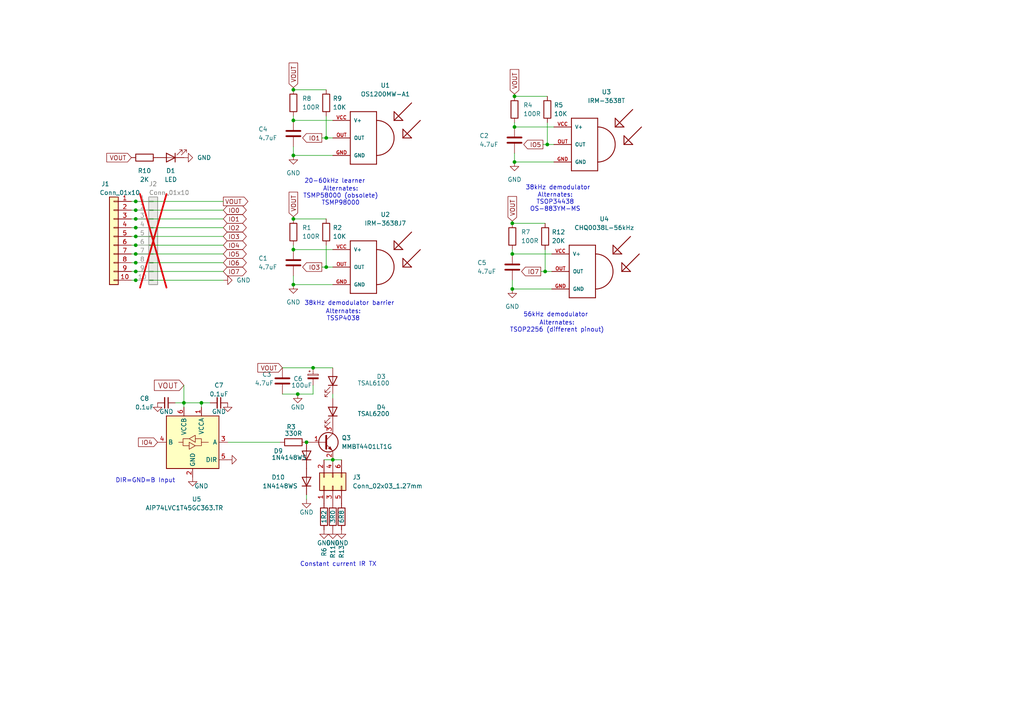
<source format=kicad_sch>
(kicad_sch (version 20231120) (generator "eeschema") (generator_version "8.0")
  (paper "A4")
  (lib_symbols
    (symbol "Connector_Generic:Conn_01x10" (pin_names (offset 1.016) hide)
      (property "Reference" "J" (at 0 12.7 0))
      (property "Value" "Conn_01x10" (at 0 -15.24 0))
      (symbol "Conn_01x10_1_1"
        (rectangle (start -1.27 -12.573) (end 0 -12.827) (stroke (width 0.1524)))
        (rectangle (start -1.27 -10.033) (end 0 -10.287) (stroke (width 0.1524)))
        (rectangle (start -1.27 -7.493) (end 0 -7.747) (stroke (width 0.1524)))
        (rectangle (start -1.27 -4.953) (end 0 -5.207) (stroke (width 0.1524)))
        (rectangle (start -1.27 -2.413) (end 0 -2.667) (stroke (width 0.1524)))
        (rectangle (start -1.27 0.127) (end 0 -0.127) (stroke (width 0.1524)))
        (rectangle (start -1.27 2.667) (end 0 2.413) (stroke (width 0.1524)))
        (rectangle (start -1.27 5.207) (end 0 4.953) (stroke (width 0.1524)))
        (rectangle (start -1.27 7.747) (end 0 7.493) (stroke (width 0.1524)))
        (rectangle (start -1.27 10.287) (end 0 10.033) (stroke (width 0.1524)))
        (rectangle (start -1.27 11.43) (end 1.27 -13.97) (stroke (width 0.254)) (fill (type background)))
        (pin passive line (at -5.08 10.16 0) (length 3.81) (name "Pin_1") (number "1"))
        (pin passive line (at -5.08 -12.7 0) (length 3.81) (name "Pin_10") (number "10"))
        (pin passive line (at -5.08 7.62 0) (length 3.81) (name "Pin_2") (number "2"))
        (pin passive line (at -5.08 5.08 0) (length 3.81) (name "Pin_3") (number "3"))
        (pin passive line (at -5.08 2.54 0) (length 3.81) (name "Pin_4") (number "4"))
        (pin passive line (at -5.08 0 0) (length 3.81) (name "Pin_5") (number "5"))
        (pin passive line (at -5.08 -2.54 0) (length 3.81) (name "Pin_6") (number "6"))
        (pin passive line (at -5.08 -5.08 0) (length 3.81) (name "Pin_7") (number "7"))
        (pin passive line (at -5.08 -7.62 0) (length 3.81) (name "Pin_8") (number "8"))
        (pin passive line (at -5.08 -10.16 0) (length 3.81) (name "Pin_9") (number "9"))
      )
    )
    (symbol "Connector_Generic:Conn_02x03_Odd_Even" (pin_names (offset 1.016) hide)
      (property "Reference" "J" (at 1.27 5.08 0))
      (property "Value" "Conn_02x03_Odd_Even" (at 1.27 -5.08 0))
      (symbol "Conn_02x03_Odd_Even_1_1"
        (rectangle (start -1.27 -2.413) (end 0 -2.667) (stroke (width 0.1524)))
        (rectangle (start -1.27 0.127) (end 0 -0.127) (stroke (width 0.1524)))
        (rectangle (start -1.27 2.667) (end 0 2.413) (stroke (width 0.1524)))
        (rectangle (start -1.27 3.81) (end 3.81 -3.81) (stroke (width 0.254)) (fill (type background)))
        (rectangle (start 3.81 -2.413) (end 2.54 -2.667) (stroke (width 0.1524)))
        (rectangle (start 3.81 0.127) (end 2.54 -0.127) (stroke (width 0.1524)))
        (rectangle (start 3.81 2.667) (end 2.54 2.413) (stroke (width 0.1524)))
        (pin passive line (at -5.08 2.54 0) (length 3.81) (name "Pin_1") (number "1"))
        (pin passive line (at 7.62 2.54 180) (length 3.81) (name "Pin_2") (number "2"))
        (pin passive line (at -5.08 0 0) (length 3.81) (name "Pin_3") (number "3"))
        (pin passive line (at 7.62 0 180) (length 3.81) (name "Pin_4") (number "4"))
        (pin passive line (at -5.08 -2.54 0) (length 3.81) (name "Pin_5") (number "5"))
        (pin passive line (at 7.62 -2.54 180) (length 3.81) (name "Pin_6") (number "6"))
      )
    )
    (symbol "Device:C" (pin_numbers hide) (pin_names (offset 0.254))
      (property "Reference" "C" (at 0.635 2.54 0))
      (property "Value" "C" (at 0.635 -2.54 0))
      (symbol "C_0_1"
        (polyline (pts (xy -2.032 -0.762) (xy 2.032 -0.762)) (stroke (width 0.508)))
        (polyline (pts (xy -2.032 0.762) (xy 2.032 0.762)) (stroke (width 0.508)))
      )
      (symbol "C_1_1"
        (pin passive line (at 0 3.81 270) (length 2.794) (name "~") (number "1"))
        (pin passive line (at 0 -3.81 90) (length 2.794) (name "~") (number "2"))
      )
    )
    (symbol "Device:C_Polarized_Small" (pin_numbers hide) (pin_names (offset 0.254) hide)
      (property "Reference" "C" (at 0.254 1.778 0))
      (property "Value" "C_Polarized_Small" (at 0.254 -2.032 0))
      (symbol "C_Polarized_Small_0_1"
        (rectangle (start -1.524 -0.3048) (end 1.524 -0.6858) (fill (type outline)))
        (rectangle (start -1.524 0.6858) (end 1.524 0.3048))
        (polyline (pts (xy -1.27 1.524) (xy -0.762 1.524)))
        (polyline (pts (xy -1.016 1.27) (xy -1.016 1.778)))
      )
      (symbol "C_Polarized_Small_1_1"
        (pin passive line (at 0 2.54 270) (length 1.8542) (name "~") (number "1"))
        (pin passive line (at 0 -2.54 90) (length 1.8542) (name "~") (number "2"))
      )
    )
    (symbol "Device:C_Small" (pin_numbers hide) (pin_names (offset 0.254) hide)
      (property "Reference" "C" (at 0.254 1.778 0))
      (property "Value" "C_Small" (at 0.254 -2.032 0))
      (symbol "C_Small_0_1"
        (polyline (pts (xy -1.524 -0.508) (xy 1.524 -0.508)) (stroke (width 0.3302)))
        (polyline (pts (xy -1.524 0.508) (xy 1.524 0.508)) (stroke (width 0.3048)))
      )
      (symbol "C_Small_1_1"
        (pin passive line (at 0 2.54 270) (length 2.032) (name "~") (number "1"))
        (pin passive line (at 0 -2.54 90) (length 2.032) (name "~") (number "2"))
      )
    )
    (symbol "Device:LED" (pin_numbers hide) (pin_names (offset 1.016) hide)
      (property "Reference" "D" (at 0 2.54 0))
      (property "Value" "LED" (at 0 -2.54 0))
      (symbol "LED_0_1"
        (polyline (pts (xy -1.27 -1.27) (xy -1.27 1.27)) (stroke (width 0.254)))
        (polyline (pts (xy -1.27 0) (xy 1.27 0)))
        (polyline (pts (xy 1.27 -1.27) (xy 1.27 1.27) (xy -1.27 0) (xy 1.27 -1.27)) (stroke (width 0.254)))
        (polyline (pts (xy -3.048 -0.762) (xy -4.572 -2.286) (xy -3.81 -2.286) (xy -4.572 -2.286) (xy -4.572 -1.524)))
        (polyline (pts (xy -1.778 -0.762) (xy -3.302 -2.286) (xy -2.54 -2.286) (xy -3.302 -2.286) (xy -3.302 -1.524)))
      )
      (symbol "LED_1_1"
        (pin passive line (at -3.81 0 0) (length 2.54) (name "K") (number "1"))
        (pin passive line (at 3.81 0 180) (length 2.54) (name "A") (number "2"))
      )
    )
    (symbol "Device:Q_NPN_BEC" (pin_names (offset 0) hide)
      (property "Reference" "Q" (at 5.08 1.27 0))
      (property "Value" "Q_NPN_BEC" (at 5.08 -1.27 0))
      (symbol "Q_NPN_BEC_0_1"
        (polyline (pts (xy 0.635 0.635) (xy 2.54 2.54)))
        (polyline (pts (xy 0.635 -0.635) (xy 2.54 -2.54) (xy 2.54 -2.54)))
        (polyline (pts (xy 0.635 1.905) (xy 0.635 -1.905) (xy 0.635 -1.905)) (stroke (width 0.508)))
        (polyline (pts (xy 1.27 -1.778) (xy 1.778 -1.27) (xy 2.286 -2.286) (xy 1.27 -1.778) (xy 1.27 -1.778)) (fill (type outline)))
        (circle (center 1.27 0) (radius 2.8194) (stroke (width 0.254)))
      )
      (symbol "Q_NPN_BEC_1_1"
        (pin input line (at -5.08 0 0) (length 5.715) (name "B") (number "1"))
        (pin passive line (at 2.54 -5.08 90) (length 2.54) (name "E") (number "2"))
        (pin passive line (at 2.54 5.08 270) (length 2.54) (name "C") (number "3"))
      )
    )
    (symbol "Device:R" (pin_numbers hide) (pin_names (offset 0))
      (property "Reference" "R" (at 2.032 0 90))
      (property "Value" "R" (at 0 0 90))
      (symbol "R_0_1"
        (rectangle (start -1.016 -2.54) (end 1.016 2.54) (stroke (width 0.254)))
      )
      (symbol "R_1_1"
        (pin passive line (at 0 3.81 270) (length 1.27) (name "~") (number "1"))
        (pin passive line (at 0 -3.81 90) (length 1.27) (name "~") (number "2"))
      )
    )
    (symbol "Diode:1N4148W" (pin_numbers hide) (pin_names hide)
      (property "Reference" "D" (at 0 2.54 0))
      (property "Value" "1N4148W" (at 0 -2.54 0))
      (symbol "1N4148W_0_1"
        (polyline (pts (xy -1.27 1.27) (xy -1.27 -1.27)) (stroke (width 0.254)))
        (polyline (pts (xy 1.27 0) (xy -1.27 0)))
        (polyline (pts (xy 1.27 1.27) (xy 1.27 -1.27) (xy -1.27 0) (xy 1.27 1.27)) (stroke (width 0.254)))
      )
      (symbol "1N4148W_1_1"
        (pin passive line (at -3.81 0 0) (length 2.54) (name "K") (number "1"))
        (pin passive line (at 3.81 0 180) (length 2.54) (name "A") (number "2"))
      )
    )
    (symbol "Logic_LevelTranslator:SN74LVC1T45DCK"
      (property "Reference" "U" (at -6.35 8.89 0))
      (property "Value" "SN74LVC1T45DCK" (at 3.81 8.89 0))
      (symbol "SN74LVC1T45DCK_0_1"
        (rectangle (start -7.62 7.62) (end 7.62 -7.62) (stroke (width 0.254)) (fill (type background)))
        (polyline (pts (xy -2.54 0) (xy -2.54 1.016) (xy -0.762 1.016)))
        (polyline (pts (xy 2.794 0) (xy 2.794 -1.016) (xy 1.016 -1.016)))
        (polyline (pts (xy -0.762 -1.016) (xy -2.54 -1.016) (xy -2.54 0) (xy -4.572 0)))
        (polyline (pts (xy -0.762 0) (xy -0.762 2.032) (xy 1.016 1.016) (xy -0.762 0)))
        (polyline (pts (xy 1.016 1.016) (xy 2.794 1.016) (xy 2.794 0) (xy 4.064 0)))
        (polyline (pts (xy 1.016 0) (xy 1.016 -1.778) (xy 1.016 -2.032) (xy -0.762 -1.016) (xy 1.016 0)))
      )
      (symbol "SN74LVC1T45DCK_1_1"
        (pin power_in line (at -2.54 10.16 270) (length 2.54) (name "VCCA") (number "1"))
        (pin power_in line (at 0 -10.16 90) (length 2.54) (name "GND") (number "2"))
        (pin bidirectional line (at -10.16 0 0) (length 2.54) (name "A") (number "3"))
        (pin bidirectional line (at 10.16 0 180) (length 2.54) (name "B") (number "4"))
        (pin input line (at -10.16 -5.08 0) (length 2.54) (name "DIR") (number "5"))
        (pin power_in line (at 2.54 10.16 270) (length 2.54) (name "VCCB") (number "6"))
      )
    )
    (symbol "TSOP4838:TSOP4838" (pin_names (offset 1.016))
      (property "Reference" "U" (at 0 0 0))
      (property "Value" "TSOP4838" (at 0 0 0))
      (symbol "TSOP4838_0_0"
        (arc (start -5.08 5.08) (mid -10.1379 0) (end -5.08 -5.08) (stroke (width 0.254)))
        (polyline (pts (xy -15.24 0) (xy -12.7 0)) (stroke (width 0.254)))
        (polyline (pts (xy -15.24 0) (xy -12.7 2.54)) (stroke (width 0.254)))
        (polyline (pts (xy -15.24 10.16) (xy -10.16 5.08)) (stroke (width 0.254)))
        (polyline (pts (xy -12.7 0) (xy -17.78 5.08)) (stroke (width 0.254)))
        (polyline (pts (xy -12.7 2.54) (xy -12.7 0)) (stroke (width 0.254)))
        (polyline (pts (xy -12.7 5.08) (xy -10.16 5.08)) (stroke (width 0.254)))
        (polyline (pts (xy -10.16 5.08) (xy -10.16 7.62)) (stroke (width 0.254)))
        (polyline (pts (xy -10.16 7.62) (xy -12.7 5.08)) (stroke (width 0.254)))
        (polyline (pts (xy -5.08 -7.62) (xy -5.08 7.62)) (stroke (width 0.254)))
        (polyline (pts (xy -5.08 7.62) (xy 2.54 7.62)) (stroke (width 0.254)))
        (polyline (pts (xy 2.54 -7.62) (xy -5.08 -7.62)) (stroke (width 0.254)))
        (polyline (pts (xy 2.54 7.62) (xy 2.54 -7.62)) (stroke (width 0.254)))
        (pin bidirectional line (at 7.62 -5.08 180) (length 5.08) (name "GND") (number "GND"))
        (pin bidirectional line (at 7.62 0 180) (length 5.08) (name "OUT") (number "OUT"))
        (pin bidirectional line (at 7.62 5.08 180) (length 5.08) (name "V+") (number "VCC"))
      )
    )
    (symbol "power:GND" (power) (pin_names (offset 0))
      (property "Value" "GND" (at 0 -3.81 0))
      (symbol "GND_0_1"
        (polyline (pts (xy 0 0) (xy 0 -1.27) (xy 1.27 -1.27) (xy 0 -2.54) (xy -1.27 -1.27) (xy 0 -1.27)))
      )
      (symbol "GND_1_1"
        (pin power_in line (at 0 0 270) (length 0) hide (name "GND") (number "1"))
      )
    )
  )
  (junction (at 86.36 114.3))
  (junction (at 85.09 72.39))
  (junction (at 39.37 66.04))
  (junction (at 148.59 64.77))
  (junction (at 39.37 58.42))
  (junction (at 39.37 76.2))
  (junction (at 85.09 63.5))
  (junction (at 94.615 77.47))
  (junction (at 149.225 27.94))
  (junction (at 39.37 60.96))
  (junction (at 90.805 106.68))
  (junction (at 148.59 83.82))
  (junction (at 58.42 116.84))
  (junction (at 88.9 128.27))
  (junction (at 39.37 78.74))
  (junction (at 39.37 71.12))
  (junction (at 149.225 46.99))
  (junction (at 39.37 63.5))
  (junction (at 158.115 78.74))
  (junction (at 149.225 36.83))
  (junction (at 39.37 73.66))
  (junction (at 39.37 68.58))
  (junction (at 53.34 116.84))
  (junction (at 148.59 73.66))
  (junction (at 96.52 133.35))
  (junction (at 85.09 45.085))
  (junction (at 85.09 26.035))
  (junction (at 39.37 81.28))
  (junction (at 94.615 40.005))
  (junction (at 85.09 82.55))
  (junction (at 158.75 41.91))
  (junction (at 85.09 34.925))
  (wire (pts (xy 85.09 25.4) (xy 85.09 26.035)))
  (wire (pts (xy 93.345 77.47) (xy 94.615 77.47)))
  (wire (pts (xy 85.09 82.55) (xy 96.52 82.55)))
  (wire (pts (xy 149.225 44.45) (xy 149.225 46.99)))
  (wire (pts (xy 64.77 71.12) (xy 39.37 71.12)))
  (wire (pts (xy 81.915 114.3) (xy 86.36 114.3)))
  (wire (pts (xy 64.77 63.5) (xy 39.37 63.5)))
  (wire (pts (xy 85.09 34.925) (xy 96.52 34.925)))
  (wire (pts (xy 148.59 64.77) (xy 158.115 64.77)))
  (wire (pts (xy 58.42 118.11) (xy 58.42 116.84)))
  (wire (pts (xy 39.37 78.74) (xy 38.1 78.74)))
  (wire (pts (xy 85.09 63.5) (xy 94.615 63.5)))
  (wire (pts (xy 158.75 41.91) (xy 160.655 41.91)))
  (wire (pts (xy 39.37 81.28) (xy 38.1 81.28)))
  (wire (pts (xy 85.09 33.655) (xy 85.09 34.925)))
  (wire (pts (xy 85.09 42.545) (xy 85.09 45.085)))
  (wire (pts (xy 64.77 58.42) (xy 39.37 58.42)))
  (wire (pts (xy 39.37 58.42) (xy 38.1 58.42)))
  (wire (pts (xy 157.48 41.91) (xy 158.75 41.91)))
  (wire (pts (xy 64.77 60.96) (xy 39.37 60.96)))
  (wire (pts (xy 85.09 72.39) (xy 96.52 72.39)))
  (wire (pts (xy 96.52 114.3) (xy 96.52 115.57)))
  (wire (pts (xy 39.37 68.58) (xy 38.1 68.58)))
  (wire (pts (xy 85.09 45.085) (xy 96.52 45.085)))
  (wire (pts (xy 64.77 73.66) (xy 39.37 73.66)))
  (wire (pts (xy 149.225 35.56) (xy 149.225 36.83)))
  (wire (pts (xy 64.77 81.28) (xy 39.37 81.28)))
  (wire (pts (xy 39.37 66.04) (xy 38.1 66.04)))
  (wire (pts (xy 39.37 71.12) (xy 38.1 71.12)))
  (wire (pts (xy 148.59 73.66) (xy 160.02 73.66)))
  (wire (pts (xy 81.915 106.68) (xy 90.805 106.68)))
  (wire (pts (xy 39.37 63.5) (xy 38.1 63.5)))
  (wire (pts (xy 64.77 76.2) (xy 39.37 76.2)))
  (wire (pts (xy 85.09 71.12) (xy 85.09 72.39)))
  (wire (pts (xy 66.04 128.27) (xy 81.28 128.27)))
  (wire (pts (xy 88.9 143.51) (xy 88.9 144.78)))
  (wire (pts (xy 85.09 26.035) (xy 94.615 26.035)))
  (wire (pts (xy 94.615 71.12) (xy 94.615 77.47)))
  (wire (pts (xy 86.36 114.3) (xy 90.805 114.3)))
  (wire (pts (xy 94.615 33.655) (xy 94.615 40.005)))
  (wire (pts (xy 39.37 60.96) (xy 38.1 60.96)))
  (wire (pts (xy 158.75 35.56) (xy 158.75 41.91)))
  (wire (pts (xy 93.98 133.35) (xy 96.52 133.35)))
  (wire (pts (xy 53.34 118.11) (xy 53.34 116.84)))
  (wire (pts (xy 90.805 114.3) (xy 90.805 111.76)))
  (wire (pts (xy 148.59 81.28) (xy 148.59 83.82)))
  (wire (pts (xy 158.115 72.39) (xy 158.115 78.74)))
  (wire (pts (xy 158.115 78.74) (xy 160.02 78.74)))
  (wire (pts (xy 39.37 73.66) (xy 38.1 73.66)))
  (wire (pts (xy 148.59 64.135) (xy 148.59 64.77)))
  (wire (pts (xy 149.225 46.99) (xy 160.655 46.99)))
  (wire (pts (xy 94.615 77.47) (xy 96.52 77.47)))
  (wire (pts (xy 149.225 27.94) (xy 158.75 27.94)))
  (wire (pts (xy 64.77 66.04) (xy 39.37 66.04)))
  (wire (pts (xy 85.09 62.865) (xy 85.09 63.5)))
  (wire (pts (xy 58.42 116.84) (xy 53.34 116.84)))
  (wire (pts (xy 156.845 78.74) (xy 158.115 78.74)))
  (wire (pts (xy 85.09 80.01) (xy 85.09 82.55)))
  (wire (pts (xy 94.615 40.005) (xy 96.52 40.005)))
  (wire (pts (xy 60.96 116.84) (xy 58.42 116.84)))
  (wire (pts (xy 90.805 106.68) (xy 96.52 106.68)))
  (wire (pts (xy 53.34 111.76) (xy 53.34 116.84)))
  (wire (pts (xy 96.52 133.35) (xy 99.06 133.35)))
  (wire (pts (xy 39.37 76.2) (xy 38.1 76.2)))
  (wire (pts (xy 149.225 27.305) (xy 149.225 27.94)))
  (wire (pts (xy 50.8 116.84) (xy 53.34 116.84)))
  (wire (pts (xy 64.77 78.74) (xy 39.37 78.74)))
  (wire (pts (xy 93.345 40.005) (xy 94.615 40.005)))
  (wire (pts (xy 64.77 68.58) (xy 39.37 68.58)))
  (wire (pts (xy 149.225 36.83) (xy 160.655 36.83)))
  (wire (pts (xy 148.59 83.82) (xy 160.02 83.82)))
  (wire (pts (xy 148.59 72.39) (xy 148.59 73.66)))
  (text "Constant current IR TX" (at 86.995 164.465 0) (effects (font (size 1.27 1.27)) (justify left bottom)))
  (text "38kHz demodulator" (at 152.4 55.245 0) (effects (font (size 1.27 1.27)) (justify left bottom)))
  (text "56kHz demodulator" (at 151.765 92.075 0) (effects (font (size 1.27 1.27)) (justify left bottom)))
  (text "Alternates:\nTSMP58000 (obsolete)\nTSMP98000\n" (at 98.806 56.896 0) (effects (font (size 1.27 1.27))))
  (text "38kHz demodulator barrier\n\n" (at 88.265 90.805 0) (effects (font (size 1.27 1.27)) (justify left bottom)))
  (text "Alternates:\nTSOP2256 (different pinout)" (at 161.544 94.742 0) (effects (font (size 1.27 1.27))))
  (text "Alternates:\nTSOP34438\nOS-883YM-MS\n" (at 161.036 58.674 0) (effects (font (size 1.27 1.27))))
  (text "Alternates:\nTSSP4038" (at 99.568 91.44 0) (effects (font (size 1.27 1.27))))
  (text "20-60kHz learner\n" (at 88.265 53.34 0) (effects (font (size 1.27 1.27)) (justify left bottom)))
  (text "DIR=GND=B Input\n" (at 42.164 139.446 0) (effects (font (size 1.27 1.27))))
  (global_label "IO5" (shape bidirectional) (at 64.77 73.66 0) (property "Intersheetrefs" "${INTERSHEET_REFS}" (effects (hide yes))))
  (global_label "VOUT" (shape input) (at 81.915 106.68 180) (property "Intersheetrefs" "${INTERSHEET_REFS}" (effects (hide yes))))
  (global_label "IO2" (shape bidirectional) (at 64.77 66.04 0) (property "Intersheetrefs" "${INTERSHEET_REFS}" (effects (hide yes))))
  (global_label "IO7" (shape output) (at 156.845 78.74 180) (property "Intersheetrefs" "${INTERSHEET_REFS}" (effects (hide yes))))
  (global_label "IO6" (shape bidirectional) (at 64.77 76.2 0) (property "Intersheetrefs" "${INTERSHEET_REFS}" (effects (hide yes))))
  (global_label "IO3" (shape bidirectional) (at 64.77 68.58 0) (property "Intersheetrefs" "${INTERSHEET_REFS}" (effects (hide yes))))
  (global_label "VOUT" (shape input) (at 148.59 64.135 90) (property "Intersheetrefs" "${INTERSHEET_REFS}" (effects (hide yes))))
  (global_label "IO5" (shape output) (at 157.48 41.91 180) (property "Intersheetrefs" "${INTERSHEET_REFS}" (effects (hide yes))))
  (global_label "IO3" (shape output) (at 93.345 77.47 180) (property "Intersheetrefs" "${INTERSHEET_REFS}" (effects (hide yes))))
  (global_label "VOUT" (shape input) (at 85.09 62.865 90) (property "Intersheetrefs" "${INTERSHEET_REFS}" (effects (hide yes))))
  (global_label "IO0" (shape bidirectional) (at 64.77 60.96 0) (property "Intersheetrefs" "${INTERSHEET_REFS}" (effects (hide yes))))
  (global_label "VOUT" (shape input) (at 149.225 27.305 90) (property "Intersheetrefs" "${INTERSHEET_REFS}" (effects (hide yes))))
  (global_label "VOUT" (shape input) (at 85.09 25.4 90) (property "Intersheetrefs" "${INTERSHEET_REFS}" (effects (hide yes))))
  (global_label "IO4" (shape bidirectional) (at 64.77 71.12 0) (property "Intersheetrefs" "${INTERSHEET_REFS}" (effects (hide yes))))
  (global_label "IO7" (shape bidirectional) (at 64.77 78.74 0) (property "Intersheetrefs" "${INTERSHEET_REFS}" (effects (hide yes))))
  (global_label "IO1" (shape output) (at 93.345 40.005 180) (property "Intersheetrefs" "${INTERSHEET_REFS}" (effects (hide yes))))
  (global_label "VOUT" (shape input) (at 38.1 45.72 180) (property "Intersheetrefs" "${INTERSHEET_REFS}" (effects (hide yes))))
  (global_label "IO4" (shape input) (at 45.72 128.27 180) (property "Intersheetrefs" "${INTERSHEET_REFS}" (effects (hide yes))))
  (global_label "IO1" (shape bidirectional) (at 64.77 63.5 0) (property "Intersheetrefs" "${INTERSHEET_REFS}" (effects (hide yes))))
  (global_label "VOUT" (shape output) (at 64.77 58.42 0) (property "Intersheetrefs" "${INTERSHEET_REFS}" (effects (hide yes))))
  (global_label "VOUT" (shape input) (at 53.34 111.76 180) (effects (font (size 1.524 1.524))) (property "Intersheetrefs" "${INTERSHEET_REFS}" (effects (hide yes))))
  (symbol (lib_id "Diode:1N4148W") (at 88.9 132.08 270) (mirror x) (unit 1)
    (property "Reference" "D9" (at 79.375 130.81 90) (effects (justify left)))
    (property "Value" "1N4148WS" (at 78.74 132.715 90) (effects (justify left)))
    (property "Footprint" "Diode_SMD:D_SOD-323F" (effects (hide yes)))
    (property "Datasheet" "https://www.vishay.com/docs/85748/1n4148w.pdf" (effects (hide yes)))
    (property "Sim.Device" "D" (effects (hide yes)))
    (property "Sim.Pins" "1=K 2=A" (effects (hide yes)))
  )
  (symbol (lib_id "Device:LED") (at 96.52 110.49 270) (mirror x) (unit 1)
    (property "Reference" "D3" (at 109.22 109.22 90) (effects (justify left)))
    (property "Value" "TSAL6100" (at 113.03 111.125 90) (effects (justify right)))
    (property "Footprint" "LED_THT:LED_D5.0mm_Horizontal_O1.27mm_Z3.0mm_IRGrey" (effects (hide yes)))
  )
  (symbol (lib_id "power:GND") (at 93.98 153.67 0) (mirror y) (unit 1)
    (property "Reference" "#PWR07" (effects (hide yes)))
    (property "Value" "GND" (at 93.98 157.48 0))
  )
  (symbol (lib_id "Device:C_Polarized_Small") (at 90.805 109.22 0) (unit 1)
    (property "Reference" "C6" (at 85.09 109.855 0) (effects (justify left)))
    (property "Value" "100uF" (at 84.455 111.76 0) (effects (justify left)))
    (property "Footprint" "Capacitor_Tantalum_SMD:CP_EIA-3528-21_Kemet-B_Pad1.50x2.35mm_HandSolder" (effects (hide yes)))
  )
  (symbol (lib_id "TSOP4838:TSOP4838") (at 167.64 78.74 0) (mirror y) (unit 1)
    (property "Reference" "U4" (at 175.26 63.5 0))
    (property "Value" "CHQ0038L-56kHz" (at 175.26 66.04 0))
    (property "Footprint" "Library:TSOP18XX" (effects (hide yes)))
    (property "Description" "\nDIODE, IR EMITTING, 38 KHZ, ANGLE OF HALF TRANSMISSION DISTANCE +/-45DEG/C | Vishay / Small Signal & Opto Products (SSP) TSOP4838\n" (effects (hide yes)))
    (property "MF" "Vishay" (effects (hide yes)))
    (property "Package" "DIP-3 Vishay" (effects (hide yes)))
    (property "Price" "None" (effects (hide yes)))
    (property "SnapEDA_Link" "https://www.snapeda.com/parts/TSOP4838/Vishay+Semiconductor+Opto+Division/view-part/?ref=snap" (effects (hide yes)))
    (property "MP" "TSOP4838" (effects (hide yes)))
    (property "Purchase-URL" "https://www.snapeda.com/api/url_track_click_mouser/?unipart_id=45083&manufacturer=Vishay&part_name=TSOP4838&search_term=None" (effects (hide yes)))
    (property "Availability" "In Stock" (effects (hide yes)))
    (property "Check_prices" "https://www.snapeda.com/parts/TSOP4838/Vishay+Semiconductor+Opto+Division/view-part/?ref=eda" (effects (hide yes)))
  )
  (symbol (lib_id "power:GND") (at 96.52 153.67 0) (mirror y) (unit 1)
    (property "Reference" "#PWR012" (effects (hide yes)))
    (property "Value" "GND" (at 96.52 157.48 0))
  )
  (symbol (lib_id "power:GND") (at 66.04 133.35 90) (unit 1)
    (property "Reference" "#PWR013" (effects (hide yes)))
    (property "Value" "GND" (effects (hide yes)))
  )
  (symbol (lib_id "Device:R") (at 85.09 29.845 180) (unit 1)
    (property "Reference" "R8" (at 87.63 28.575 0) (effects (justify right)))
    (property "Value" "100R" (at 87.63 31.115 0) (effects (justify right)))
    (property "Footprint" "Resistor_SMD:R_0805_2012Metric" (effects (hide yes)))
  )
  (symbol (lib_id "Device:R") (at 158.75 31.75 180) (unit 1)
    (property "Reference" "R5" (at 160.655 30.48 0) (effects (justify right)))
    (property "Value" "10K" (at 160.655 33.02 0) (effects (justify right)))
    (property "Footprint" "Resistor_SMD:R_0805_2012Metric" (effects (hide yes)))
  )
  (symbol (lib_id "Device:Q_NPN_BEC") (at 93.98 128.27 0) (unit 1)
    (property "Reference" "Q3" (at 99.06 126.9999 0) (effects (justify left)))
    (property "Value" "MMBT4401LT1G" (at 99.06 129.5399 0) (effects (justify left)))
    (property "Footprint" "Package_TO_SOT_SMD:SOT-23" (effects (hide yes)))
    (property "Description" "NPN transistor, base/emitter/collector" (effects (hide yes)))
    (property "Sim.Device" "NPN" (effects (hide yes)))
    (property "Sim.Type" "GUMMELPOON" (effects (hide yes)))
    (property "Sim.Pins" "1=C 2=B 3=E" (effects (hide yes)))
  )
  (symbol (lib_id "TSOP4838:TSOP4838") (at 104.14 40.005 0) (mirror y) (unit 1)
    (property "Reference" "U1" (at 111.76 24.765 0))
    (property "Value" "OS1200MW-A1" (at 111.76 27.305 0))
    (property "Footprint" "Library:TSOP18XX" (effects (hide yes)))
    (property "Description" "\nDIODE, IR EMITTING, 38 KHZ, ANGLE OF HALF TRANSMISSION DISTANCE +/-45DEG/C | Vishay / Small Signal & Opto Products (SSP) TSOP4838\n" (effects (hide yes)))
    (property "MF" "Vishay" (effects (hide yes)))
    (property "Package" "DIP-3 Vishay" (effects (hide yes)))
    (property "Price" "None" (effects (hide yes)))
    (property "SnapEDA_Link" "https://www.snapeda.com/parts/TSOP4838/Vishay+Semiconductor+Opto+Division/view-part/?ref=snap" (effects (hide yes)))
    (property "MP" "TSOP4838" (effects (hide yes)))
    (property "Purchase-URL" "https://www.snapeda.com/api/url_track_click_mouser/?unipart_id=45083&manufacturer=Vishay&part_name=TSOP4838&search_term=None" (effects (hide yes)))
    (property "Availability" "In Stock" (effects (hide yes)))
    (property "Check_prices" "https://www.snapeda.com/parts/TSOP4838/Vishay+Semiconductor+Opto+Division/view-part/?ref=eda" (effects (hide yes)))
  )
  (symbol (lib_id "Device:C") (at 149.225 40.64 0) (unit 1)
    (property "Reference" "C2" (at 139.065 39.37 0) (effects (justify left)))
    (property "Value" "4.7uF" (at 139.065 41.91 0) (effects (justify left)))
    (property "Footprint" "Capacitor_SMD:C_0805_2012Metric" (effects (hide yes)))
  )
  (symbol (lib_id "Device:R") (at 149.225 31.75 180) (unit 1)
    (property "Reference" "R4" (at 151.765 30.48 0) (effects (justify right)))
    (property "Value" "100R" (at 151.765 33.02 0) (effects (justify right)))
    (property "Footprint" "Resistor_SMD:R_0805_2012Metric" (effects (hide yes)))
  )
  (symbol (lib_id "Device:R") (at 94.615 67.31 180) (unit 1)
    (property "Reference" "R2" (at 96.52 66.04 0) (effects (justify right)))
    (property "Value" "10K" (at 96.52 68.58 0) (effects (justify right)))
    (property "Footprint" "Resistor_SMD:R_0805_2012Metric" (effects (hide yes)))
  )
  (symbol (lib_id "power:GND") (at 45.72 116.84 0) (mirror y) (unit 1)
    (property "Reference" "#PWR017" (effects (hide yes)))
    (property "Value" "GND" (at 48.26 119.38 0))
  )
  (symbol (lib_id "power:GND") (at 99.06 153.67 0) (mirror y) (unit 1)
    (property "Reference" "#PWR08" (effects (hide yes)))
    (property "Value" "GND" (at 99.06 157.48 0))
  )
  (symbol (lib_id "Device:C") (at 85.09 76.2 0) (unit 1)
    (property "Reference" "C1" (at 74.93 74.93 0) (effects (justify left)))
    (property "Value" "4.7uF" (at 74.93 77.47 0) (effects (justify left)))
    (property "Footprint" "Capacitor_SMD:C_0805_2012Metric" (effects (hide yes)))
  )
  (symbol (lib_id "Device:LED") (at 49.53 45.72 180) (unit 1)
    (property "Reference" "D1" (at 49.53 49.53 0))
    (property "Value" "LED" (at 49.53 52.07 0))
    (property "Footprint" "LED_SMD:LED_0805_2012Metric" (effects (hide yes)))
  )
  (symbol (lib_id "Device:C") (at 85.09 38.735 0) (unit 1)
    (property "Reference" "C4" (at 74.93 37.465 0) (effects (justify left)))
    (property "Value" "4.7uF" (at 74.93 40.005 0) (effects (justify left)))
    (property "Footprint" "Capacitor_SMD:C_0805_2012Metric" (effects (hide yes)))
  )
  (symbol (lib_id "Device:R") (at 148.59 68.58 180) (unit 1)
    (property "Reference" "R7" (at 151.13 67.31 0) (effects (justify right)))
    (property "Value" "100R" (at 151.13 69.85 0) (effects (justify right)))
    (property "Footprint" "Resistor_SMD:R_0805_2012Metric" (effects (hide yes)))
  )
  (symbol (lib_id "Connector_Generic:Conn_02x03_Odd_Even") (at 96.52 140.97 90) (unit 1)
    (property "Reference" "J3" (at 102.235 138.43 90) (effects (justify right)))
    (property "Value" "Conn_02x03_1.27mm" (at 102.235 140.97 90) (effects (justify right)))
    (property "Footprint" "Connector_PinHeader_1.27mm:PinHeader_2x03_P1.27mm_Vertical" (effects (hide yes)))
  )
  (symbol (lib_id "Device:C") (at 148.59 77.47 0) (unit 1)
    (property "Reference" "C5" (at 138.43 76.2 0) (effects (justify left)))
    (property "Value" "4.7uF" (at 138.43 78.74 0) (effects (justify left)))
    (property "Footprint" "Capacitor_SMD:C_0805_2012Metric" (effects (hide yes)))
  )
  (symbol (lib_id "power:GND") (at 55.88 138.43 0) (mirror y) (unit 1)
    (property "Reference" "#PWR016" (effects (hide yes)))
    (property "Value" "GND" (at 58.42 140.97 0))
  )
  (symbol (lib_id "TSOP4838:TSOP4838") (at 168.275 41.91 0) (mirror y) (unit 1)
    (property "Reference" "U3" (at 175.895 26.67 0))
    (property "Value" "IRM-3638T" (at 175.895 29.21 0))
    (property "Footprint" "Library:TSOP18XX" (effects (hide yes)))
    (property "Description" "\nDIODE, IR EMITTING, 38 KHZ, ANGLE OF HALF TRANSMISSION DISTANCE +/-45DEG/C | Vishay / Small Signal & Opto Products (SSP) TSOP4838\n" (effects (hide yes)))
    (property "MF" "Vishay" (effects (hide yes)))
    (property "Package" "DIP-3 Vishay" (effects (hide yes)))
    (property "Price" "None" (effects (hide yes)))
    (property "SnapEDA_Link" "https://www.snapeda.com/parts/TSOP4838/Vishay+Semiconductor+Opto+Division/view-part/?ref=snap" (effects (hide yes)))
    (property "MP" "TSOP4838" (effects (hide yes)))
    (property "Purchase-URL" "https://www.snapeda.com/api/url_track_click_mouser/?unipart_id=45083&manufacturer=Vishay&part_name=TSOP4838&search_term=None" (effects (hide yes)))
    (property "Availability" "In Stock" (effects (hide yes)))
    (property "Check_prices" "https://www.snapeda.com/parts/TSOP4838/Vishay+Semiconductor+Opto+Division/view-part/?ref=eda" (effects (hide yes)))
  )
  (symbol (lib_id "power:GND") (at 148.59 83.82 0) (unit 1)
    (property "Reference" "#PWR06" (effects (hide yes)))
    (property "Value" "GND" (at 148.59 88.9 0))
  )
  (symbol (lib_id "Device:R") (at 158.115 68.58 180) (unit 1)
    (property "Reference" "R12" (at 160.02 67.31 0) (effects (justify right)))
    (property "Value" "20K" (at 160.02 69.85 0) (effects (justify right)))
    (property "Footprint" "Resistor_SMD:R_0805_2012Metric" (effects (hide yes)))
  )
  (symbol (lib_id "power:GND") (at 86.36 114.3 0) (mirror y) (unit 1)
    (property "Reference" "#PWR010" (effects (hide yes)))
    (property "Value" "GND" (at 86.36 118.11 0))
  )
  (symbol (lib_id "Device:R") (at 85.09 128.27 270) (mirror x) (unit 1)
    (property "Reference" "R3" (at 84.455 123.825 90))
    (property "Value" "330R" (at 85.09 125.73 90))
    (property "Footprint" "Resistor_SMD:R_0805_2012Metric" (effects (hide yes)))
  )
  (symbol (lib_id "Device:C_Small") (at 63.5 116.84 270) (mirror x) (unit 1)
    (property "Reference" "C7" (at 63.5 111.76 90))
    (property "Value" "0.1uF" (at 63.5 114.3 90))
    (property "Footprint" "Capacitor_SMD:C_0805_2012Metric" (effects (hide yes)))
    (property "RMB" "0.00628" (effects (hide yes)))
    (property "Supplier" "https://item.szlcsc.com/1877.html" (effects (hide yes)))
  )
  (symbol (lib_id "Device:R") (at 41.91 45.72 90) (unit 1)
    (property "Reference" "R10" (at 41.91 49.53 90))
    (property "Value" "2K" (at 41.91 52.07 90))
    (property "Footprint" "Resistor_SMD:R_0805_2012Metric" (effects (hide yes)))
  )
  (symbol (lib_id "Connector_Generic:Conn_01x10") (at 44.45 68.58 0) (unit 1) (in_bom no) (dnp yes)
    (property "Reference" "J2" (at 43.18 53.34 0) (effects (justify left)))
    (property "Value" "Conn_01x10" (at 43.18 55.88 0) (effects (justify left)))
    (property "Footprint" "Connector_PinHeader_2.54mm:PinHeader_1x10_P2.54mm_Vertical" (effects (hide yes)))
  )
  (symbol (lib_id "power:GND") (at 85.09 82.55 0) (unit 1)
    (property "Reference" "#PWR03" (effects (hide yes)))
    (property "Value" "GND" (at 85.09 87.63 0))
  )
  (symbol (lib_id "Device:C") (at 81.915 110.49 0) (mirror y) (unit 1)
    (property "Reference" "C3" (at 78.74 108.585 0) (effects (justify left)))
    (property "Value" "4.7uF" (at 79.375 111.125 0) (effects (justify left)))
    (property "Footprint" "Capacitor_SMD:C_0805_2012Metric" (effects (hide yes)))
  )
  (symbol (lib_id "Device:LED") (at 96.52 119.38 270) (mirror x) (unit 1)
    (property "Reference" "D4" (at 109.22 118.11 90) (effects (justify left)))
    (property "Value" "TSAL6200" (at 113.03 120.015 90) (effects (justify right)))
    (property "Footprint" "LED_THT:LED_D5.0mm_Horizontal_O1.27mm_Z3.0mm_IRGrey" (effects (hide yes)))
  )
  (symbol (lib_id "Logic_LevelTranslator:SN74LVC1T45DCK") (at 55.88 128.27 0) (mirror y) (unit 1)
    (property "Reference" "U5" (at 58.42 144.78 0) (effects (justify left)))
    (property "Value" "AiP74LVC1T45GC363.TR" (at 64.77 147.32 0) (effects (justify left)))
    (property "Footprint" "Package_TO_SOT_SMD:SOT-363_SC-70-6" (effects (hide yes)))
    (property "Datasheet" "http://www.ti.com/lit/ds/symlink/sn74lvc1t45.pdf" (effects (hide yes)))
    (property "RMB" "1.33" (effects (hide yes)))
    (property "Supplier" "https://item.szlcsc.com/9911.html" (effects (hide yes)))
  )
  (symbol (lib_id "power:GND") (at 149.225 46.99 0) (unit 1)
    (property "Reference" "#PWR04" (effects (hide yes)))
    (property "Value" "GND" (at 149.225 52.07 0))
  )
  (symbol (lib_id "power:GND") (at 66.04 116.84 0) (mirror y) (unit 1)
    (property "Reference" "#PWR014" (effects (hide yes)))
    (property "Value" "GND" (at 63.5 119.38 0))
  )
  (symbol (lib_id "Device:R") (at 99.06 149.86 0) (mirror y) (unit 1)
    (property "Reference" "R13" (at 99.06 160.02 90))
    (property "Value" "6R8" (at 99.06 149.86 90))
    (property "Footprint" "Resistor_SMD:R_1206_3216Metric" (effects (hide yes)))
  )
  (symbol (lib_id "power:GND") (at 53.34 45.72 90) (unit 1)
    (property "Reference" "#PWR02" (effects (hide yes)))
    (property "Value" "GND" (at 57.15 45.72 90) (effects (justify right)))
  )
  (symbol (lib_id "Diode:1N4148W") (at 88.9 139.7 270) (mirror x) (unit 1)
    (property "Reference" "D10" (at 78.74 138.43 90) (effects (justify left)))
    (property "Value" "1N4148WS" (at 86.36 140.97 90) (effects (justify right)))
    (property "Footprint" "Diode_SMD:D_SOD-323F" (effects (hide yes)))
    (property "Datasheet" "https://www.vishay.com/docs/85748/1n4148w.pdf" (effects (hide yes)))
    (property "Sim.Device" "D" (effects (hide yes)))
    (property "Sim.Pins" "1=K 2=A" (effects (hide yes)))
  )
  (symbol (lib_id "power:GND") (at 85.09 45.085 0) (unit 1)
    (property "Reference" "#PWR05" (effects (hide yes)))
    (property "Value" "GND" (at 85.09 50.165 0))
  )
  (symbol (lib_id "Device:R") (at 85.09 67.31 180) (unit 1)
    (property "Reference" "R1" (at 87.63 66.04 0) (effects (justify right)))
    (property "Value" "100R" (at 87.63 68.58 0) (effects (justify right)))
    (property "Footprint" "Resistor_SMD:R_0805_2012Metric" (effects (hide yes)))
  )
  (symbol (lib_id "power:GND") (at 64.77 81.28 90) (unit 1)
    (property "Reference" "#PWR01" (effects (hide yes)))
    (property "Value" "GND" (at 68.58 81.28 90) (effects (justify right)))
  )
  (symbol (lib_id "Device:R") (at 93.98 149.86 0) (mirror y) (unit 1)
    (property "Reference" "R6" (at 93.98 158.75 90) (effects (justify right)))
    (property "Value" "1R2" (at 93.98 147.955 90) (effects (justify right)))
    (property "Footprint" "Resistor_SMD:R_1206_3216Metric" (effects (hide yes)))
  )
  (symbol (lib_id "TSOP4838:TSOP4838") (at 104.14 77.47 0) (mirror y) (unit 1)
    (property "Reference" "U2" (at 111.76 62.23 0))
    (property "Value" "IRM-3638J7" (at 111.76 64.77 0))
    (property "Footprint" "Library:TSOP18XX" (effects (hide yes)))
    (property "Description" "\nDIODE, IR EMITTING, 38 KHZ, ANGLE OF HALF TRANSMISSION DISTANCE +/-45DEG/C | Vishay / Small Signal & Opto Products (SSP) TSOP4838\n" (effects (hide yes)))
    (property "MF" "Vishay" (effects (hide yes)))
    (property "Package" "DIP-3 Vishay" (effects (hide yes)))
    (property "Price" "None" (effects (hide yes)))
    (property "SnapEDA_Link" "https://www.snapeda.com/parts/TSOP4838/Vishay+Semiconductor+Opto+Division/view-part/?ref=snap" (effects (hide yes)))
    (property "MP" "TSOP4838" (effects (hide yes)))
    (property "Purchase-URL" "https://www.snapeda.com/api/url_track_click_mouser/?unipart_id=45083&manufacturer=Vishay&part_name=TSOP4838&search_term=None" (effects (hide yes)))
    (property "Availability" "In Stock" (effects (hide yes)))
    (property "Check_prices" "https://www.snapeda.com/parts/TSOP4838/Vishay+Semiconductor+Opto+Division/view-part/?ref=eda" (effects (hide yes)))
  )
  (symbol (lib_id "Device:R") (at 94.615 29.845 180) (unit 1)
    (property "Reference" "R9" (at 96.52 28.575 0) (effects (justify right)))
    (property "Value" "10K" (at 96.52 31.115 0) (effects (justify right)))
    (property "Footprint" "Resistor_SMD:R_0805_2012Metric" (effects (hide yes)))
  )
  (symbol (lib_id "Connector_Generic:Conn_01x10") (at 33.02 68.58 0) (mirror y) (unit 1)
    (property "Reference" "J1" (at 31.75 53.34 0) (effects (justify left)))
    (property "Value" "Conn_01x10" (at 40.64 55.88 0) (effects (justify left)))
    (property "Footprint" "Connector_PinSocket_2.54mm:PinSocket_1x10_P2.54mm_Horizontal" (effects (hide yes)))
  )
  (symbol (lib_id "Device:C_Small") (at 48.26 116.84 270) (mirror x) (unit 1)
    (property "Reference" "C8" (at 41.91 115.57 90))
    (property "Value" "0.1uF" (at 41.91 118.11 90))
    (property "Footprint" "Capacitor_SMD:C_0805_2012Metric" (effects (hide yes)))
    (property "RMB" "0.00628" (effects (hide yes)))
    (property "Supplier" "https://item.szlcsc.com/1877.html" (effects (hide yes)))
  )
  (symbol (lib_id "Device:R") (at 96.52 149.86 0) (mirror y) (unit 1)
    (property "Reference" "R11" (at 96.52 160.02 90))
    (property "Value" "3R0" (at 96.52 149.86 90))
    (property "Footprint" "Resistor_SMD:R_1206_3216Metric" (effects (hide yes)))
  )
  (symbol (lib_id "power:GND") (at 88.9 144.78 0) (mirror y) (unit 1)
    (property "Reference" "#PWR011" (effects (hide yes)))
    (property "Value" "GND" (at 88.9 148.59 0))
  )
)
</source>
